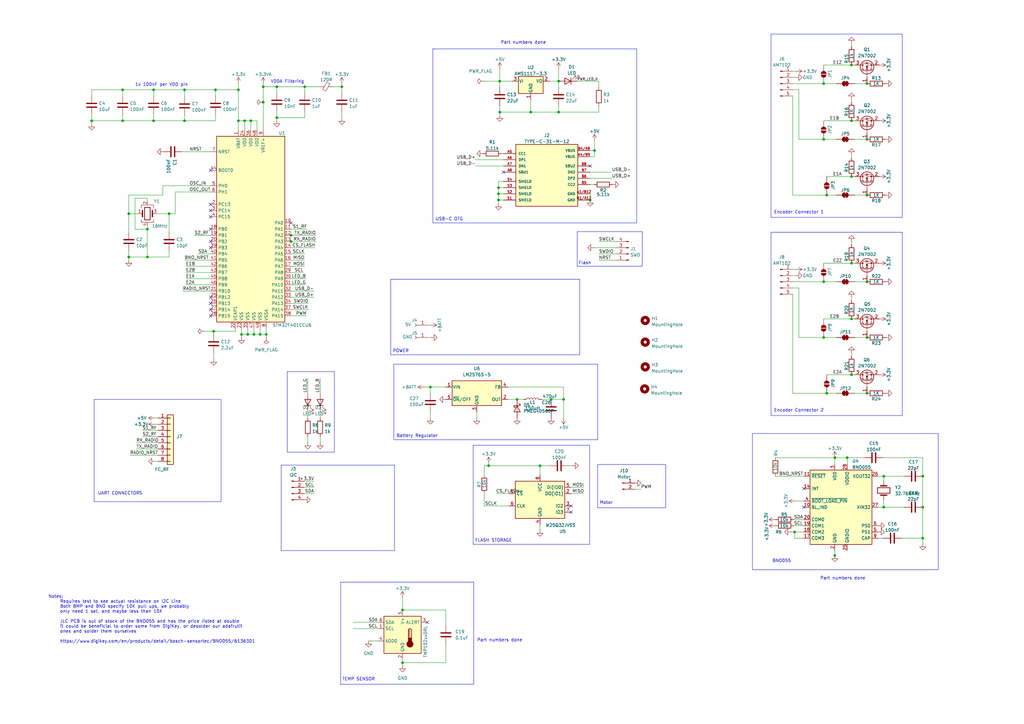
<source format=kicad_sch>
(kicad_sch (version 20231120) (generator "eeschema") (generator_version "8.0")
  (paper "A3")
  (junction (at 339.09 80.01))
  (junction (at 325.882 218.186))
  (junction (at 355.6 161.29))
  (junction (at 349.25 49.53))
  (junction (at 226.06 163.83))
  (junction (at 87.63 135.89))
  (junction (at 62.992 36.83))
  (junction (at 99.06 137.16))
  (junction (at 165.1 250.19))
  (junction (at 342.392 187.706))
  (junction (at 229.108 45.974))
  (junction (at 339.09 161.29))
  (junction (at 362.458 208.026))
  (junction (at 243.84 61.722))
  (junction (at 342.392 227.838))
  (junction (at 60.452 93.98))
  (junction (at 69.342 87.63))
  (junction (at 62.992 49.53))
  (junction (at 337.82 34.29))
  (junction (at 349.25 130.81))
  (junction (at 349.25 72.39))
  (junction (at 204.47 76.962))
  (junction (at 362.458 195.326))
  (junction (at 52.832 105.41))
  (junction (at 204.47 82.042))
  (junction (at 337.82 138.43))
  (junction (at 124.968 35.56))
  (junction (at 378.46 195.326))
  (junction (at 52.832 87.63))
  (junction (at 212.09 163.83))
  (junction (at 106.68 137.16))
  (junction (at 355.6 57.15))
  (junction (at 75.692 36.83))
  (junction (at 60.452 105.41))
  (junction (at 113.538 35.56))
  (junction (at 204.47 79.502))
  (junction (at 165.1 271.78))
  (junction (at 101.6 137.16))
  (junction (at 337.82 115.57))
  (junction (at 337.82 57.15))
  (junction (at 140.208 35.56))
  (junction (at 221.488 191.008))
  (junction (at 204.978 33.274))
  (junction (at 102.87 49.53))
  (junction (at 378.46 220.726))
  (junction (at 347.472 187.706))
  (junction (at 355.6 138.43))
  (junction (at 229.108 33.274))
  (junction (at 107.95 41.91))
  (junction (at 231.14 163.83))
  (junction (at 104.14 137.16))
  (junction (at 349.25 153.67))
  (junction (at 107.95 35.56))
  (junction (at 88.392 36.83))
  (junction (at 349.25 26.67))
  (junction (at 176.53 158.75))
  (junction (at 97.79 36.83))
  (junction (at 355.6 80.01))
  (junction (at 355.6 34.29))
  (junction (at 100.33 49.53))
  (junction (at 217.678 45.974))
  (junction (at 97.79 49.53))
  (junction (at 50.292 36.83))
  (junction (at 119.38 99.06))
  (junction (at 37.592 49.53))
  (junction (at 355.6 115.57))
  (junction (at 119.38 96.52))
  (junction (at 109.22 137.16))
  (junction (at 50.292 49.53))
  (junction (at 113.538 48.26))
  (junction (at 204.978 45.974))
  (junction (at 242.062 82.042))
  (junction (at 200.406 191.008))
  (junction (at 75.692 49.53))
  (junction (at 349.25 107.95))
  (junction (at 378.46 208.026))
  (no_connect (at 206.502 70.612))
  (no_connect (at 86.36 121.92))
  (no_connect (at 86.36 83.82))
  (no_connect (at 119.38 91.44))
  (no_connect (at 86.36 86.36))
  (no_connect (at 86.36 88.9))
  (no_connect (at 86.36 93.98))
  (no_connect (at 86.36 69.85))
  (no_connect (at 86.36 124.46))
  (no_connect (at 242.062 68.072))
  (no_connect (at 329.692 200.406))
  (no_connect (at 86.36 127))
  (no_connect (at 175.26 255.27))
  (no_connect (at 329.692 208.026))
  (no_connect (at 86.36 99.06))
  (no_connect (at 234.188 207.518))
  (no_connect (at 234.188 210.058))
  (no_connect (at 86.36 101.6))
  (no_connect (at 86.36 129.54))
  (wire (pts (xy 362.458 195.326) (xy 370.84 195.326)))
  (polyline (pts (xy 236.728 94.996) (xy 236.728 109.22)))
  (wire (pts (xy 88.392 36.83) (xy 97.79 36.83)))
  (wire (pts (xy 229.108 43.434) (xy 229.108 45.974)))
  (wire (pts (xy 362.204 187.706) (xy 378.46 187.706)))
  (wire (pts (xy 87.63 144.78) (xy 87.63 147.32)))
  (wire (pts (xy 60.452 93.98) (xy 60.452 92.71)))
  (wire (pts (xy 325.882 220.726) (xy 325.882 218.186)))
  (wire (pts (xy 327.66 57.15) (xy 327.66 36.83)))
  (wire (pts (xy 337.82 138.43) (xy 327.66 138.43)))
  (wire (pts (xy 124.714 202.438) (xy 128.778 202.438)))
  (wire (pts (xy 350.52 34.29) (xy 355.6 34.29)))
  (wire (pts (xy 66.802 76.2) (xy 66.802 80.01)))
  (wire (pts (xy 252.73 99.06) (xy 245.618 99.06)))
  (wire (pts (xy 52.832 87.63) (xy 52.832 95.25)))
  (wire (pts (xy 198.628 207.518) (xy 208.788 207.518)))
  (wire (pts (xy 124.968 45.72) (xy 124.968 48.26)))
  (wire (pts (xy 151.13 262.89) (xy 154.94 262.89)))
  (wire (pts (xy 126.238 168.91) (xy 126.238 171.45)))
  (wire (pts (xy 325.12 161.29) (xy 325.12 120.65)))
  (wire (pts (xy 107.95 41.91) (xy 107.95 53.34)))
  (wire (pts (xy 217.678 40.894) (xy 217.678 45.974)))
  (polyline (pts (xy 115.316 190.754) (xy 115.316 225.806)))
  (wire (pts (xy 126.238 179.07) (xy 126.238 181.61)))
  (wire (pts (xy 50.292 46.99) (xy 50.292 49.53)))
  (wire (pts (xy 362.458 208.026) (xy 360.172 208.026)))
  (wire (pts (xy 349.25 26.67) (xy 350.52 26.67)))
  (wire (pts (xy 204.978 33.274) (xy 210.058 33.274)))
  (wire (pts (xy 349.25 130.81) (xy 350.52 130.81)))
  (wire (pts (xy 208.28 158.75) (xy 231.14 158.75)))
  (wire (pts (xy 360.172 220.726) (xy 362.204 220.726)))
  (polyline (pts (xy 160.274 145.542) (xy 237.744 145.542)))
  (wire (pts (xy 165.1 245.11) (xy 165.1 250.19)))
  (wire (pts (xy 326.136 205.486) (xy 329.692 205.486)))
  (wire (pts (xy 97.79 34.29) (xy 97.79 36.83)))
  (wire (pts (xy 52.832 87.63) (xy 56.642 87.63)))
  (wire (pts (xy 62.992 46.99) (xy 62.992 49.53)))
  (wire (pts (xy 378.46 195.326) (xy 378.46 208.026)))
  (wire (pts (xy 208.28 163.83) (xy 212.09 163.83)))
  (wire (pts (xy 243.84 61.722) (xy 242.062 61.722)))
  (polyline (pts (xy 261.112 91.44) (xy 177.546 91.44)))
  (wire (pts (xy 242.062 70.612) (xy 250.952 70.612)))
  (wire (pts (xy 102.87 49.53) (xy 100.33 49.53)))
  (polyline (pts (xy 115.316 190.754) (xy 161.798 190.754)))
  (wire (pts (xy 140.208 34.29) (xy 140.208 35.56)))
  (wire (pts (xy 69.342 87.63) (xy 69.342 95.25)))
  (wire (pts (xy 342.392 225.806) (xy 342.392 227.838)))
  (wire (pts (xy 101.6 134.62) (xy 101.6 137.16)))
  (wire (pts (xy 124.714 199.898) (xy 128.778 199.898)))
  (wire (pts (xy 327.66 138.43) (xy 327.66 118.11)))
  (wire (pts (xy 63.5 171.45) (xy 64.77 171.45)))
  (wire (pts (xy 200.406 189.992) (xy 200.406 191.008)))
  (wire (pts (xy 52.832 102.87) (xy 52.832 105.41)))
  (wire (pts (xy 76.2 114.3) (xy 86.36 114.3)))
  (wire (pts (xy 66.802 80.01) (xy 52.832 80.01)))
  (wire (pts (xy 88.392 49.53) (xy 75.692 49.53)))
  (wire (pts (xy 204.978 28.194) (xy 204.978 33.274)))
  (wire (pts (xy 337.82 130.81) (xy 349.25 130.81)))
  (wire (pts (xy 234.188 202.438) (xy 239.522 202.438)))
  (wire (pts (xy 55.372 81.28) (xy 55.372 93.98)))
  (wire (pts (xy 198.628 202.438) (xy 198.628 207.518)))
  (wire (pts (xy 229.108 45.974) (xy 217.678 45.974)))
  (wire (pts (xy 113.538 45.72) (xy 113.538 48.26)))
  (wire (pts (xy 350.52 80.01) (xy 355.6 80.01)))
  (wire (pts (xy 349.25 17.78) (xy 349.25 19.05)))
  (polyline (pts (xy 241.808 223.266) (xy 194.056 223.266)))
  (wire (pts (xy 325.12 34.29) (xy 337.82 34.29)))
  (wire (pts (xy 88.392 39.37) (xy 88.392 36.83)))
  (polyline (pts (xy 194.056 182.626) (xy 241.808 182.626)))
  (wire (pts (xy 60.452 93.98) (xy 60.452 105.41)))
  (wire (pts (xy 337.82 57.15) (xy 342.9 57.15)))
  (wire (pts (xy 124.968 38.1) (xy 124.968 35.56)))
  (wire (pts (xy 60.452 81.28) (xy 55.372 81.28)))
  (wire (pts (xy 337.82 138.43) (xy 342.9 138.43)))
  (polyline (pts (xy 194.056 182.626) (xy 194.056 223.266)))
  (wire (pts (xy 325.628 213.106) (xy 329.692 213.106)))
  (wire (pts (xy 63.5 173.99) (xy 64.77 173.99)))
  (wire (pts (xy 119.38 116.84) (xy 125.476 116.84)))
  (wire (pts (xy 126.238 155.194) (xy 126.238 161.29)))
  (wire (pts (xy 140.208 45.72) (xy 140.208 48.514)))
  (wire (pts (xy 119.38 121.92) (xy 128.778 121.92)))
  (polyline (pts (xy 117.856 185.42) (xy 137.16 185.42)))
  (wire (pts (xy 204.978 33.274) (xy 204.978 35.814)))
  (wire (pts (xy 204.47 76.962) (xy 204.47 79.502)))
  (wire (pts (xy 74.676 62.23) (xy 86.36 62.23)))
  (wire (pts (xy 318.008 195.326) (xy 329.692 195.326)))
  (wire (pts (xy 109.22 137.16) (xy 109.22 138.43)))
  (wire (pts (xy 347.472 187.706) (xy 347.472 190.246)))
  (wire (pts (xy 97.79 36.83) (xy 97.79 49.53)))
  (wire (pts (xy 342.392 187.706) (xy 342.392 190.246)))
  (wire (pts (xy 83.82 135.89) (xy 87.63 135.89)))
  (wire (pts (xy 176.53 171.45) (xy 176.53 168.91)))
  (wire (pts (xy 119.38 129.54) (xy 125.73 129.54)))
  (wire (pts (xy 350.52 161.29) (xy 355.6 161.29)))
  (wire (pts (xy 113.538 48.26) (xy 124.968 48.26)))
  (wire (pts (xy 231.14 158.75) (xy 231.14 163.83)))
  (wire (pts (xy 105.41 49.53) (xy 102.87 49.53)))
  (wire (pts (xy 245.618 33.274) (xy 245.618 35.814)))
  (wire (pts (xy 226.06 163.83) (xy 231.14 163.83)))
  (wire (pts (xy 165.1 271.78) (xy 182.88 271.78)))
  (wire (pts (xy 131.318 179.07) (xy 131.318 181.61)))
  (wire (pts (xy 198.374 33.274) (xy 204.978 33.274)))
  (wire (pts (xy 369.824 220.726) (xy 378.46 220.726)))
  (wire (pts (xy 63.5 189.23) (xy 64.77 189.23)))
  (wire (pts (xy 101.6 137.16) (xy 99.06 137.16)))
  (wire (pts (xy 176.53 158.75) (xy 182.88 158.75)))
  (polyline (pts (xy 160.274 114.554) (xy 160.274 145.542)))
  (wire (pts (xy 204.47 79.502) (xy 206.502 79.502)))
  (wire (pts (xy 339.09 80.01) (xy 325.12 80.01)))
  (wire (pts (xy 245.618 45.974) (xy 229.108 45.974)))
  (wire (pts (xy 225.298 33.274) (xy 229.108 33.274)))
  (wire (pts (xy 109.22 134.62) (xy 109.22 137.16)))
  (wire (pts (xy 109.22 137.16) (xy 106.68 137.16)))
  (wire (pts (xy 342.392 187.706) (xy 347.472 187.706)))
  (wire (pts (xy 106.68 134.62) (xy 106.68 137.16)))
  (polyline (pts (xy 177.546 91.44) (xy 177.546 20.066)))
  (wire (pts (xy 124.968 35.56) (xy 131.318 35.56)))
  (wire (pts (xy 349.25 40.64) (xy 349.25 41.91)))
  (wire (pts (xy 173.99 158.75) (xy 176.53 158.75)))
  (wire (pts (xy 362.458 208.026) (xy 370.84 208.026)))
  (wire (pts (xy 233.172 191.008) (xy 234.696 191.008)))
  (wire (pts (xy 131.318 155.194) (xy 131.318 161.29)))
  (wire (pts (xy 60.452 82.55) (xy 60.452 81.28)))
  (wire (pts (xy 350.52 57.15) (xy 355.6 57.15)))
  (polyline (pts (xy 160.274 114.554) (xy 237.744 114.554)))
  (polyline (pts (xy 261.112 20.066) (xy 261.112 91.44)))
  (polyline (pts (xy 236.728 94.996) (xy 263.398 94.996)))
  (wire (pts (xy 119.38 111.76) (xy 124.46 111.76)))
  (wire (pts (xy 55.372 93.98) (xy 60.452 93.98)))
  (wire (pts (xy 119.38 124.46) (xy 126.492 124.46)))
  (wire (pts (xy 349.25 63.5) (xy 349.25 64.77)))
  (wire (pts (xy 326.39 113.03) (xy 325.12 113.03)))
  (wire (pts (xy 339.09 72.39) (xy 349.25 72.39)))
  (wire (pts (xy 349.25 107.95) (xy 350.52 107.95)))
  (wire (pts (xy 106.68 137.16) (xy 104.14 137.16)))
  (wire (pts (xy 242.062 73.152) (xy 250.952 73.152)))
  (wire (pts (xy 245.618 106.68) (xy 252.73 106.68)))
  (wire (pts (xy 243.586 101.6) (xy 252.73 101.6)))
  (wire (pts (xy 119.38 104.14) (xy 124.968 104.14)))
  (wire (pts (xy 204.47 76.962) (xy 206.502 76.962)))
  (wire (pts (xy 325.12 115.57) (xy 337.82 115.57)))
  (wire (pts (xy 234.188 199.898) (xy 239.522 199.898)))
  (wire (pts (xy 182.88 271.78) (xy 182.88 264.16)))
  (wire (pts (xy 37.592 39.37) (xy 37.592 36.83)))
  (wire (pts (xy 325.12 80.01) (xy 325.12 39.37)))
  (wire (pts (xy 349.25 153.67) (xy 350.52 153.67)))
  (wire (pts (xy 75.692 49.53) (xy 62.992 49.53)))
  (wire (pts (xy 69.342 105.41) (xy 60.452 105.41)))
  (wire (pts (xy 206.502 74.422) (xy 204.47 74.422)))
  (wire (pts (xy 229.108 33.274) (xy 229.108 28.194)))
  (wire (pts (xy 339.09 153.67) (xy 349.25 153.67)))
  (wire (pts (xy 140.208 35.56) (xy 140.208 38.1)))
  (wire (pts (xy 79.756 96.52) (xy 86.36 96.52)))
  (wire (pts (xy 113.538 35.56) (xy 107.95 35.56)))
  (wire (pts (xy 175.26 133.35) (xy 176.53 133.35)))
  (wire (pts (xy 242.062 79.502) (xy 242.062 82.042)))
  (wire (pts (xy 324.358 218.186) (xy 325.882 218.186)))
  (wire (pts (xy 76.2 109.22) (xy 86.36 109.22)))
  (wire (pts (xy 243.84 57.658) (xy 243.84 61.722)))
  (wire (pts (xy 175.26 138.43) (xy 176.784 138.43)))
  (wire (pts (xy 165.1 270.51) (xy 165.1 271.78)))
  (wire (pts (xy 75.692 47.244) (xy 75.692 49.53)))
  (wire (pts (xy 198.628 191.008) (xy 200.406 191.008)))
  (wire (pts (xy 75.692 36.83) (xy 75.692 39.624)))
  (wire (pts (xy 221.488 194.818) (xy 221.488 191.008)))
  (wire (pts (xy 337.82 26.67) (xy 349.25 26.67)))
  (wire (pts (xy 100.33 49.53) (xy 100.33 53.34)))
  (wire (pts (xy 136.398 35.56) (xy 140.208 35.56)))
  (wire (pts (xy 325.628 215.646) (xy 329.692 215.646)))
  (polyline (pts (xy 263.398 109.22) (xy 236.728 109.22)))
  (wire (pts (xy 349.25 72.39) (xy 350.52 72.39)))
  (wire (pts (xy 107.95 34.29) (xy 107.95 35.56)))
  (wire (pts (xy 378.46 208.026) (xy 378.46 220.726)))
  (wire (pts (xy 104.14 137.16) (xy 101.6 137.16)))
  (wire (pts (xy 326.39 31.75) (xy 325.12 31.75)))
  (wire (pts (xy 342.392 227.838) (xy 342.392 228.854)))
  (polyline (pts (xy 177.546 20.066) (xy 178.054 20.066)))
  (wire (pts (xy 76.2 111.76) (xy 86.36 111.76)))
  (wire (pts (xy 74.93 119.38) (xy 86.36 119.38)))
  (wire (pts (xy 71.882 87.63) (xy 69.342 87.63)))
  (wire (pts (xy 62.992 36.83) (xy 62.992 39.37)))
  (polyline (pts (xy 263.398 94.996) (xy 263.398 109.22)))
  (polyline (pts (xy 115.316 225.806) (xy 161.798 225.806)))
  (wire (pts (xy 337.82 34.29) (xy 342.9 34.29)))
  (wire (pts (xy 337.82 49.53) (xy 349.25 49.53)))
  (wire (pts (xy 75.692 36.83) (xy 88.392 36.83)))
  (wire (pts (xy 53.34 186.69) (xy 64.77 186.69)))
  (wire (pts (xy 113.538 48.26) (xy 113.538 49.53)))
  (wire (pts (xy 50.292 49.53) (xy 37.592 49.53)))
  (polyline (pts (xy 241.808 182.626) (xy 241.808 223.266)))
  (polyline (pts (xy 137.16 152.4) (xy 117.856 152.4)))
  (wire (pts (xy 337.82 107.95) (xy 349.25 107.95)))
  (wire (pts (xy 339.09 161.29) (xy 325.12 161.29)))
  (wire (pts (xy 76.2 116.84) (xy 86.36 116.84)))
  (polyline (pts (xy 237.744 145.542) (xy 237.744 114.554)))
  (wire (pts (xy 198.628 191.008) (xy 198.628 194.818)))
  (wire (pts (xy 204.47 79.502) (xy 204.47 82.042)))
  (wire (pts (xy 327.66 36.83) (xy 325.12 36.83)))
  (wire (pts (xy 204.47 74.422) (xy 204.47 76.962)))
  (wire (pts (xy 221.488 191.008) (xy 225.552 191.008)))
  (wire (pts (xy 350.52 138.43) (xy 355.6 138.43)))
  (wire (pts (xy 204.978 45.974) (xy 204.978 47.244)))
  (wire (pts (xy 71.882 78.74) (xy 71.882 87.63)))
  (wire (pts (xy 96.52 135.89) (xy 96.52 134.62)))
  (wire (pts (xy 204.978 43.434) (xy 204.978 45.974)))
  (wire (pts (xy 176.53 158.75) (xy 176.53 161.29)))
  (wire (pts (xy 87.63 135.89) (xy 96.52 135.89)))
  (polyline (pts (xy 117.856 152.654) (xy 117.856 185.42)))
  (wire (pts (xy 339.09 80.01) (xy 342.9 80.01)))
  (polyline (pts (xy 117.856 152.4) (xy 117.856 152.654)))
  (wire (pts (xy 119.38 101.6) (xy 129.286 101.6)))
  (wire (pts (xy 327.66 118.11) (xy 325.12 118.11)))
  (wire (pts (xy 107.95 35.56) (xy 107.95 41.91)))
  (wire (pts (xy 119.38 106.68) (xy 124.968 106.68)))
  (wire (pts (xy 206.502 82.042) (xy 204.47 82.042)))
  (wire (pts (xy 119.38 109.22) (xy 124.968 109.22)))
  (wire (pts (xy 102.87 49.53) (xy 102.87 53.34)))
  (wire (pts (xy 231.14 163.83) (xy 231.14 171.45)))
  (wire (pts (xy 124.968 35.56) (xy 113.538 35.56)))
  (wire (pts (xy 88.392 46.99) (xy 88.392 49.53)))
  (wire (pts (xy 217.678 45.974) (xy 204.978 45.974)))
  (wire (pts (xy 221.488 215.138) (xy 221.488 217.424)))
  (wire (pts (xy 195.072 68.072) (xy 206.502 68.072)))
  (wire (pts (xy 52.832 105.41) (xy 52.832 106.68)))
  (wire (pts (xy 58.42 176.53) (xy 64.77 176.53)))
  (wire (pts (xy 195.58 171.45) (xy 195.58 168.91)))
  (wire (pts (xy 66.802 76.2) (xy 86.36 76.2)))
  (wire (pts (xy 378.46 220.726) (xy 378.46 223.012)))
  (wire (pts (xy 206.502 65.532) (xy 195.072 65.532)))
  (wire (pts (xy 360.172 195.326) (xy 362.458 195.326)))
  (wire (pts (xy 129.54 99.06) (xy 119.38 99.06)))
  (wire (pts (xy 131.318 168.91) (xy 131.318 171.45)))
  (wire (pts (xy 337.82 115.57) (xy 342.9 115.57)))
  (wire (pts (xy 329.692 220.726) (xy 325.882 220.726)))
  (wire (pts (xy 119.38 93.98) (xy 125.984 93.98)))
  (wire (pts (xy 37.592 49.53) (xy 37.592 50.8)))
  (wire (pts (xy 362.458 195.326) (xy 362.458 197.358)))
  (wire (pts (xy 99.06 134.62) (xy 99.06 137.16)))
  (wire (pts (xy 325.882 218.186) (xy 329.692 218.186)))
  (wire (pts (xy 124.714 197.358) (xy 128.778 197.358)))
  (wire (pts (xy 203.454 202.438) (xy 208.788 202.438)))
  (wire (pts (xy 144.78 255.27) (xy 154.94 255.27)))
  (wire (pts (xy 349.25 49.53) (xy 350.52 49.53)))
  (polyline (pts (xy 161.798 225.806) (xy 161.798 190.754)))
  (wire (pts (xy 165.1 271.78) (xy 165.1 273.05)))
  (wire (pts (xy 349.25 144.78) (xy 349.25 146.05)))
  (wire (pts (xy 204.47 82.042) (xy 204.47 83.566)))
  (wire (pts (xy 349.25 121.92) (xy 349.25 123.19)))
  (wire (pts (xy 113.538 35.56) (xy 113.538 38.1)))
  (wire (pts (xy 242.062 75.692) (xy 243.586 75.692)))
  (wire (pts (xy 37.592 36.83) (xy 50.292 36.83)))
  (wire (pts (xy 104.14 134.62) (xy 104.14 137.16)))
  (wire (pts (xy 119.38 99.06) (xy 119.3672 99.06)))
  (wire (pts (xy 97.79 49.53) (xy 97.79 53.34)))
  (wire (pts (xy 182.88 250.19) (xy 165.1 250.19)))
  (wire (pts (xy 119.38 127) (xy 126.492 127)))
  (wire (pts (xy 245.618 43.434) (xy 245.618 45.974)))
  (wire (pts (xy 129.54 96.52) (xy 119.38 96.52)))
  (wire (pts (xy 236.728 33.274) (xy 245.618 33.274)))
  (wire (pts (xy 55.88 181.61) (xy 64.77 181.61)))
  (wire (pts (xy 205.74 62.992) (xy 206.502 62.992)))
  (wire (pts (xy 99.06 137.16) (xy 99.06 138.43)))
  (wire (pts (xy 350.52 115.57) (xy 355.6 115.57)))
  (wire (pts (xy 50.292 36.83) (xy 50.292 39.37)))
  (wire (pts (xy 87.63 137.16) (xy 87.63 135.89)))
  (wire (pts (xy 318.008 187.706) (xy 342.392 187.706)))
  (wire (pts (xy 58.42 179.07) (xy 64.77 179.07)))
  (wire (pts (xy 69.342 102.87) (xy 69.342 105.41)))
  (wire (pts (xy 200.406 191.008) (xy 221.488 191.008)))
  (wire (pts (xy 337.82 57.15) (xy 327.66 57.15)))
  (wire (pts (xy 326.39 29.21) (xy 325.12 29.21)))
  (wire (pts (xy 105.41 53.34) (xy 105.41 49.53)))
  (wire (pts (xy 64.262 87.63) (xy 69.342 87.63)))
  (wire (pts (xy 62.992 49.53) (xy 50.292 49.53)))
  (wire (pts (xy 119.38 119.38) (xy 128.778 119.38)))
  (wire (pts (xy 52.832 80.01) (xy 52.832 87.63)))
  (wire (pts (xy 71.882 78.74) (xy 86.36 78.74)))
  (wire (pts (xy 100.33 49.53) (xy 97.79 49.53)))
  (wire (pts (xy 55.88 184.15) (xy 64.77 184.15)))
  (wire (pts (xy 362.458 204.978) (xy 362.458 208.026)))
  (polyline (pts (xy 137.16 185.42) (xy 137.16 152.4)))
  (wire (pts (xy 242.062 64.262) (xy 243.84 64.262)))
  (wire (pts (xy 81.28 104.14) (xy 86.36 104.14)))
  (wire (pts (xy 378.46 187.706) (xy 378.46 195.326)))
  (wire (pts (xy 119.38 114.3) (xy 125.476 114.3)))
  (wire (pts (xy 339.09 161.29) (xy 342.9 161.29)))
  (wire (pts (xy 75.692 106.68) (xy 86.36 106.68)))
  (wire (pts (xy 50.292 36.83) (xy 62.992 36.83)))
  (wire (pts (xy 243.84 64.262) (xy 243.84 61.722)))
  (wire (pts (xy 222.25 163.83) (xy 226.06 163.83)))
  (wire (pts (xy 119.38 96.52) (xy 119.3672 96.52)))
  (wire (pts (xy 212.09 163.83) (xy 214.63 163.83)))
  (wire (pts (xy 347.472 187.706) (xy 354.584 187.706)))
  (wire (pts (xy 326.39 110.49) (xy 325.12 110.49)))
  (wire (pts (xy 60.452 105.41) (xy 52.832 105.41)))
  (wire (pts (xy 144.78 257.81) (xy 154.94 257.81)))
  (wire (pts (xy 37.592 46.99) (xy 37.592 49.53)))
  (wire (pts (xy 262.89 200.66) (xy 260.35 200.66)))
  (wire (pts (xy 229.108 33.274) (xy 229.108 35.814)))
  (wire (pts (xy 62.992 36.83) (xy 75.692 36.83)))
  (polyline (pts (xy 177.8 20.066) (xy 261.112 20.066)))
  (wire (pts (xy 252.73 104.14) (xy 245.618 104.14)))
  (wire (pts (xy 182.88 256.54) (xy 182.88 250.19)))
  (wire (pts (xy 349.25 99.06) (xy 349.25 100.33)))
  (rectangle (start 308.61 177.8) (end 384.81 233.68))
  (rectangle (start 139.7 238.76) (end 194.31 280.67))
  (rectangle (start 245.11 190.5) (end 273.05 208.28))
  (rectangle (start 161.544 149.352) (end 245.11 180.34))
  (rectangle (start 316.23 13.97) (end 370.078 89.154))
  (rectangle (start 38.608 163.83) (end 90.678 205.74))
  (rectangle (start 316.23 95.25) (end 370.078 170.434))
  (text "Part numbers done\n" (at 204.978 262.636 0) (effects (font (size 1.27 1.27))))
  (text "VDDA Filtering" (at 110.998 34.29 0) (effects (font (size 1.27 1.27)) (justify left bottom)))
  (text "Flash" (at 237.236 108.712 0) (effects (font (size 1.27 1.27)) (justify left bottom)))
  (text "FLASH STORAGE" (at 194.818 222.504 0) (effects (font (size 1.27 1.27)) (justify left bottom)))
  (text "Encoder Connector 1\n" (at 327.66 87.122 0) (effects (font (size 1.27 1.27))))
  (text "UART CONNECTORS" (at 49.276 202.438 0) (effects (font (size 1.27 1.27))))
  (text "Part numbers done" (at 214.63 17.526 0) (effects (font (size 1.27 1.27))))
  (text "Motor\n" (at 248.666 206.248 0) (effects (font (size 1.27 1.27))))
  (text "1x 100nF per VDD pin" (at 55.372 35.56 0) (effects (font (size 1.27 1.27)) (justify left bottom)))
  (text "Notes:\n	Requires test to see actual resistance on I2C Line\n	Both BMP and BNO specify 10K pull ups, we probably\n	only need 1 set, and maybe less than 10K\n\n	JLC PCB is out of stock of the BNO055 and has the price listed at double\n	it could be beneficial to order some from DigiKey, or desolder our adafrutit\n	ones and solder them ourselves\n\n	https://www.digikey.com/en/products/detail/bosch-sensortec/BNO055/6136301" (at 19.812 263.906 0) (effects (font (size 1.27 1.27)) (justify left bottom)))
  (text "USB-C OTG" (at 178.562 90.678 0) (effects (font (size 1.27 1.27)) (justify left bottom)))
  (text "TEMP SENSOR\n" (at 147.066 278.638 0) (effects (font (size 1.27 1.27))))
  (text "Encoder Connector 2\n" (at 327.66 168.402 0) (effects (font (size 1.27 1.27))))
  (text "Battery Regulator" (at 162.56 179.578 0) (effects (font (size 1.27 1.27)) (justify left bottom)))
  (text "BNO055" (at 316.738 230.886 0) (effects (font (size 1.27 1.27)) (justify left bottom)))
  (text "Part numbers done\n" (at 345.694 237.236 0) (effects (font (size 1.27 1.27))))
  (text "POWER" (at 161.036 144.78 0) (effects (font (size 1.27 1.27)) (justify left bottom)))
  (label "+3.3V" (at 128.778 197.358 180))
  (label "USB_D-" (at 128.778 119.38 180))
  (label "USB_D+" (at 128.778 121.92 180))
  (label "USB_D-" (at 195.072 68.072 180))
  (label "SDA" (at 128.778 202.438 180))
  (label "SDA" (at 81.28 104.14 0))
  (label "LED_B" (at 125.476 114.3 180))
  (label "USB_D+" (at 195.072 65.532 180))
  (label "S2_RF" (at 58.42 179.07 0))
  (label "OSC_IN" (at 77.724 76.2 0))
  (label "BNO_NRST" (at 75.692 106.68 0))
  (label "SWCLK" (at 245.618 99.06 0))
  (label "CS_FLASH" (at 129.286 101.6 180))
  (label "TX_RADIO" (at 55.88 184.15 0))
  (label "PWM" (at 125.73 129.54 180))
  (label "SWDIO" (at 245.618 104.14 0))
  (label "E1B" (at 76.2 109.22 0))
  (label "S1_RF" (at 58.42 176.53 0))
  (label "E2Z" (at 341.63 107.95 0))
  (label "OSC_OUT" (at 77.724 78.74 0))
  (label "NRST" (at 245.618 106.68 0))
  (label "E1Z" (at 341.63 26.67 0))
  (label "SCL" (at 124.46 111.76 180))
  (label "RX_RADIO" (at 129.54 99.06 180))
  (label "USB_D-" (at 250.952 70.612 0))
  (label "SCL" (at 151.13 257.81 0))
  (label "SCLK" (at 198.882 207.518 0))
  (label "MOSI" (at 239.522 199.898 180))
  (label "SWCLK" (at 126.492 127 180))
  (label "E2A" (at 76.2 116.84 0))
  (label "CS_FLASH" (at 203.454 202.438 0))
  (label "LED_B" (at 131.318 155.194 270))
  (label "S1_RF" (at 125.984 93.98 180))
  (label "MISO" (at 124.968 106.68 180))
  (label "PWR_LED_K" (at 236.728 33.274 0) (effects (font (size 1 1))))
  (label "E2B" (at 76.2 111.76 0))
  (label "E2A" (at 341.63 153.67 0))
  (label "E1A" (at 341.63 72.39 0))
  (label "RADIO_NRST" (at 53.34 186.69 0))
  (label "BNO_NRST" (at 319.532 195.326 0))
  (label "SCLK" (at 124.968 104.14 180))
  (label "E1A" (at 76.2 114.3 0))
  (label "TX_RADIO" (at 129.54 96.52 180))
  (label "SDA" (at 151.13 255.27 0))
  (label "RX_RADIO" (at 55.88 181.61 0))
  (label "E1B" (at 340.36 49.53 0))
  (label "USB_D+" (at 250.952 73.152 0))
  (label "S2_RF" (at 79.756 96.52 0))
  (label "LED_G" (at 125.476 116.84 180))
  (label "PWM" (at 262.89 200.66 0))
  (label "E2B" (at 340.36 130.81 0))
  (label "SWDIO" (at 126.492 124.46 180))
  (label "RADIO_NRST" (at 74.93 119.38 0))
  (label "NRST" (at 77.724 62.23 0))
  (label "SCL" (at 325.628 215.646 0))
  (label "LED_G" (at 126.238 155.194 270))
  (label "SCL" (at 128.778 199.898 180))
  (label "MISO" (at 239.522 202.438 180))
  (label "SDA" (at 325.628 213.106 0))
  (label "MOSI" (at 124.968 109.22 180))
  (symbol (lib_id "power:GND") (at 87.63 147.32 0) (unit 1)
    (property "Reference" "#PWR0116" (effects (hide yes)))
    (property "Value" "GND" (effects (hide yes)))
  )
  (symbol (lib_id "power:+3.3V") (at 360.68 49.53 270) (mirror x) (unit 1)
    (property "Reference" "#PWR039" (effects (hide yes)))
    (property "Value" "+3.3V" (at 364.49 49.53 0))
  )
  (symbol (lib_id "power:GND") (at 126.238 181.61 0) (unit 1)
    (property "Reference" "#PWR0136" (effects (hide yes)))
    (property "Value" "GND" (effects (hide yes)))
  )
  (symbol (lib_id "power:GND") (at 99.06 138.43 0) (unit 1)
    (property "Reference" "#PWR0117" (effects (hide yes)))
    (property "Value" "GND" (effects (hide yes)))
  )
  (symbol (lib_id "Device:R") (at 359.41 34.29 90) (unit 1)
    (property "Reference" "R13" (at 359.41 32.004 90))
    (property "Value" "1K" (at 359.41 34.29 90))
    (property "Footprint" "Resistor_SMD:R_0402_1005Metric" (effects (hide yes)))
    (property "Description" "Resistor" (effects (hide yes)))
  )
  (symbol (lib_id "power:GND") (at 63.5 189.23 270) (unit 1)
    (property "Reference" "#PWR027" (effects (hide yes)))
    (property "Value" "GND" (effects (hide yes)))
  )
  (symbol (lib_id "Connector:Conn_01x04_Pin") (at 119.634 199.898 0) (unit 1)
    (property "Reference" "J3" (at 120.269 192.278 0))
    (property "Value" "I2C" (at 120.269 194.818 0))
    (property "Footprint" "Connector_PinHeader_2.54mm:PinHeader_1x04_P2.54mm_Vertical" (effects (hide yes)))
  )
  (symbol (lib_id "Transistor_FET:2N7002") (at 355.6 52.07 90) (unit 1)
    (property "Reference" "Q2" (at 355.6 43.18 90))
    (property "Value" "2N7002" (at 355.6 45.72 90))
    (property "Footprint" "Package_TO_SOT_SMD:SOT-23" (effects (hide yes)))
    (property "Datasheet" "https://www.onsemi.com/pub/Collateral/NDS7002A-D.PDF" (effects (hide yes)))
    (property "Description" "0.115A Id, 60V Vds, N-Channel MOSFET, SOT-23" (effects (hide yes)))
    (property "LCSC Part" "C466660" (effects (hide yes)))
  )
  (symbol (lib_id "power:GND") (at 324.358 218.186 270) (unit 1)
    (property "Reference" "#PWR0123" (effects (hide yes)))
    (property "Value" "GND" (effects (hide yes)))
  )
  (symbol (lib_id "Connector:Conn_01x01_Female") (at 170.18 133.35 0) (mirror y) (unit 1)
    (property "Reference" "J4" (at 171.196 131.318 0) (effects (justify left)))
    (property "Value" "5V" (at 168.656 133.096 0) (effects (justify left)))
    (property "Footprint" "TestPoint:TestPoint_THTPad_2.5x2.5mm_Drill1.2mm" (effects (hide yes)))
  )
  (symbol (lib_name "GND_3") (lib_id "power:GND") (at 326.39 31.75 90) (unit 1)
    (property "Reference" "#PWR021" (effects (hide yes)))
    (property "Value" "GND" (at 329.184 31.75 90) (effects (justify right)))
    (property "Description" "Power symbol creates a global label with name \"GND\" , ground" (effects (hide yes)))
  )
  (symbol (lib_id "Device:R") (at 349.25 22.86 0) (unit 1)
    (property "Reference" "R15" (at 347.218 22.098 90) (effects (justify right)))
    (property "Value" "1k" (at 349.25 21.844 90) (effects (justify right)))
    (property "Footprint" "Resistor_SMD:R_0402_1005Metric" (effects (hide yes)))
    (property "LCSC Part" "C102758" (effects (hide yes)))
  )
  (symbol (lib_id "Diode:PMEG4050EP") (at 212.09 167.64 270) (unit 1)
    (property "Reference" "D5" (at 214.63 166.0524 90) (effects (justify left)))
    (property "Value" "PMEG4050EP" (at 214.63 168.5924 90) (effects (justify left)))
    (property "Footprint" "Diode_SMD:D_SOD-128" (effects (hide yes)))
    (property "Datasheet" "https://assets.nexperia.com/documents/data-sheet/PMEG4050EP.pdf" (effects (hide yes)))
    (property "Description" "40V, 5A low Vf Schottky barrier rectifier, SOD-128" (effects (hide yes)))
  )
  (symbol (lib_id "power:+3.3V") (at 360.68 72.39 270) (mirror x) (unit 1)
    (property "Reference" "#PWR024" (effects (hide yes)))
    (property "Value" "+3.3V" (at 364.49 72.39 0))
  )
  (symbol (lib_id "power:GND") (at 342.392 227.838 0) (unit 1)
    (property "Reference" "#PWR0125" (effects (hide yes)))
    (property "Value" "GND" (effects (hide yes)))
  )
  (symbol (lib_id "power:+3.3V") (at 318.008 213.106 90) (unit 1)
    (property "Reference" "#PWR011" (effects (hide yes)))
    (property "Value" "+3.3V" (at 314.198 213.106 0))
  )
  (symbol (lib_id "Transistor_FET:2N7002") (at 355.6 29.21 90) (unit 1)
    (property "Reference" "Q1" (at 355.6 20.32 90))
    (property "Value" "2N7002" (at 355.6 22.86 90))
    (property "Footprint" "Package_TO_SOT_SMD:SOT-23" (effects (hide yes)))
    (property "Datasheet" "https://www.onsemi.com/pub/Collateral/NDS7002A-D.PDF" (effects (hide yes)))
    (property "Description" "0.115A Id, 60V Vds, N-Channel MOSFET, SOT-23" (effects (hide yes)))
    (property "LCSC Part" "C466660" (effects (hide yes)))
  )
  (symbol (lib_id "power:GND") (at 182.88 163.83 270) (unit 1)
    (property "Reference" "#PWR030" (effects (hide yes)))
    (property "Value" "GND" (effects (hide yes)))
  )
  (symbol (lib_id "Connector:Conn_01x02_Pin") (at 255.27 198.12 0) (unit 1)
    (property "Reference" "J10" (at 255.905 193.04 0))
    (property "Value" "Motor" (at 255.905 195.58 0))
    (property "Footprint" "Connector_JST:JST_SH_SM02B-SRSS-TB_1x02-1MP_P1.00mm_Horizontal" (effects (hide yes)))
    (property "Description" "Generic connector, single row, 01x02, script generated" (effects (hide yes)))
  )
  (symbol (lib_id "power:GND") (at 67.056 62.23 270) (unit 1)
    (property "Reference" "#PWR0101" (effects (hide yes)))
    (property "Value" "GND" (effects (hide yes)))
  )
  (symbol (lib_id "Jumper:SolderJumper_2_Bridged") (at 346.71 161.29 0) (unit 1) (exclude_from_sim yes) (in_bom no)
    (property "Reference" "JP12" (at 346.71 159.258 0))
    (property "Value" "SolderJumper_2_Bridged" (effects (hide yes)))
    (property "Footprint" "Jumper:SolderJumper-2_P1.3mm_Bridged_RoundedPad1.0x1.5mm" (effects (hide yes)))
    (property "Description" "Solder Jumper, 2-pole, closed/bridged" (effects (hide yes)))
  )
  (symbol (lib_id "power:GND") (at 140.208 48.514 0) (unit 1)
    (property "Reference" "#PWR0107" (effects (hide yes)))
    (property "Value" "GND" (effects (hide yes)))
  )
  (symbol (lib_id "Mechanical:MountingHole") (at 264.6397 131.4315 0) (unit 1)
    (property "Reference" "H1" (at 267.1797 130.5968 0) (effects (justify left)))
    (property "Value" "MountingHole" (at 267.1797 133.1337 0) (effects (justify left)))
    (property "Footprint" "MountingHole:MountingHole_3.2mm_M3" (effects (hide yes)))
  )
  (symbol (lib_id "Device:R") (at 318.008 191.516 0) (unit 1)
    (property "Reference" "R4" (at 318.262 184.404 90) (effects (justify right)))
    (property "Value" "10k" (at 318.008 189.484 90) (effects (justify right)))
    (property "Footprint" "Resistor_SMD:R_0402_1005Metric" (effects (hide yes)))
    (property "JLCPCB#" "C60490" (effects (hide yes)))
  )
  (symbol (lib_id "Sensor_Motion:BNO055") (at 344.932 208.026 0) (unit 1)
    (property "Reference" "U4" (at 349.4914 189.0862 0) (effects (justify left)))
    (property "Value" "BNO055" (at 349.4914 191.6231 0) (effects (justify left)))
    (property "Footprint" "Package_LGA:LGA-28_5.2x3.8mm_P0.5mm" (effects (hide yes)))
    (property "Datasheet" "https://ae-bst.resource.bosch.com/media/_tech/media/datasheets/BST_BNO055_DS000_14.pdf" (effects (hide yes)))
    (property "JLCPCB#" "C93216" (effects (hide yes)))
  )
  (symbol (lib_id "Memory_Flash:W25Q32JVSS") (at 221.488 204.978 0) (unit 1)
    (property "Reference" "U5" (at 229.362 217.932 0) (effects (justify left)))
    (property "Value" "W25Q32JVSS" (at 223.774 215.392 0) (effects (justify left)))
    (property "Footprint" "Package_SO:SOIC-8_5.23x5.23mm_P1.27mm" (effects (hide yes)))
    (property "Datasheet" "http://www.winbond.com/resource-files/w25q32jv%20revg%2003272018%20plus.pdf" (effects (hide yes)))
    (property "JLCPCB#" "C82344" (effects (hide yes)))
  )
  (symbol (lib_name "GND_5") (lib_id "power:GND") (at 349.25 17.78 180) (unit 1)
    (property "Reference" "#PWR022" (effects (hide yes)))
    (property "Value" "GND" (effects (hide yes)))
    (property "Description" "Power symbol creates a global label with name \"GND\" , ground" (effects (hide yes)))
  )
  (symbol (lib_name "+3.3V_2") (lib_id "power:+3.3V") (at 326.39 110.49 270) (unit 1)
    (property "Reference" "#PWR040" (effects (hide yes)))
    (property "Value" "+3.3V" (at 329.184 110.49 90) (effects (justify left)))
    (property "Description" "Power symbol creates a global label with name \"+3.3V\"" (effects (hide yes)))
  )
  (symbol (lib_id "Device:FerriteBead_Small") (at 133.858 35.56 90) (unit 1)
    (property "Reference" "FB1" (at 133.8199 30.1584 90))
    (property "Value" "120R" (at 133.8199 32.6953 90))
    (property "Footprint" "Inductor_SMD:L_0603_1608Metric" (effects (hide yes)))
    (property "JLCPCB#" "C85831" (effects (hide yes)))
  )
  (symbol (lib_id "power:PWR_FLAG") (at 107.95 41.91 90) (unit 1)
    (property "Reference" "#FLG0101" (effects (hide yes)))
    (property "Value" "PWR_FLAG" (effects (hide yes)))
  )
  (symbol (lib_name "GND_6") (lib_id "power:GND") (at 363.22 57.15 90) (unit 1)
    (property "Reference" "#PWR023" (effects (hide yes)))
    (property "Value" "GND" (effects (hide yes)))
    (property "Description" "Power symbol creates a global label with name \"GND\" , ground" (effects (hide yes)))
  )
  (symbol (lib_id "power:GND") (at 349.25 63.5 180) (unit 1)
    (property "Reference" "#PWR037" (effects (hide yes)))
    (property "Value" "GND" (effects (hide yes)))
  )
  (symbol (lib_id "power:GND") (at 37.592 50.8 0) (unit 1)
    (property "Reference" "#PWR0102" (effects (hide yes)))
    (property "Value" "GND" (effects (hide yes)))
  )
  (symbol (lib_id "TYPE-C-31-M-12:TYPE-C-31-M-12") (at 224.282 71.882 0) (unit 1)
    (property "Reference" "J2" (at 224.282 55.4822 0))
    (property "Value" "TYPE-C-31-M-12" (at 224.282 58.0191 0))
    (property "Footprint" "USBC:HRO_TYPE-C-31-M-12" (effects (hide yes)))
    (property "SNAPEDA_PN" "TYPE-C-31-M-12" (effects (hide yes)))
    (property "MAXIMUM_PACKAGE_HEIGHT" "3.26 mm" (effects (hide yes)))
    (property "MANUFACTURER" "HRO Electronics Co., Ltd." (effects (hide yes)))
    (property "PARTREV" "2020.12.08" (effects (hide yes)))
    (property "STANDARD" "Manufacturer Recommendations" (effects (hide yes)))
    (property "JLCPCB#" "C165948" (effects (hide yes)))
  )
  (symbol (lib_id "Regulator_Switching:LM2576S-5") (at 195.58 161.29 0) (unit 1)
    (property "Reference" "U6" (at 195.58 151.13 0))
    (property "Value" "LM2576S-5" (at 195.58 153.67 0))
    (property "Footprint" "Package_TO_SOT_SMD:TO-263-5_TabPin3" (effects (hide yes)))
    (property "Datasheet" "http://www.ti.com/lit/ds/symlink/lm2576.pdf" (effects (hide yes)))
    (property "Description" "5V, 3A SIMPLE SWITCHER® Step-Down Voltage Regulator, TO-263" (effects (hide yes)))
  )
  (symbol (lib_id "Transistor_FET:2N7002") (at 355.6 156.21 90) (unit 1)
    (property "Reference" "Q6" (at 356.87 147.574 90) (effects (justify left)))
    (property "Value" "2N7002" (at 359.41 150.0449 90) (effects (justify left)))
    (property "Footprint" "Package_TO_SOT_SMD:SOT-23" (effects (hide yes)))
    (property "Datasheet" "https://www.onsemi.com/pub/Collateral/NDS7002A-D.PDF" (effects (hide yes)))
    (property "Description" "0.115A Id, 60V Vds, N-Channel MOSFET, SOT-23" (effects (hide yes)))
    (property "LCSC Part" "C466660" (effects (hide yes)))
  )
  (symbol (lib_id "Device:R") (at 349.25 45.72 0) (unit 1)
    (property "Reference" "R16" (at 347.218 47.752 90) (effects (justify left)))
    (property "Value" "1K" (at 349.25 47.244 90) (effects (justify left)))
    (property "Footprint" "Resistor_SMD:R_0402_1005Metric" (effects (hide yes)))
    (property "Description" "Resistor" (effects (hide yes)))
  )
  (symbol (lib_id "Device:C") (at 140.208 41.91 0) (unit 1)
    (property "Reference" "C11" (at 143.129 41.0753 0) (effects (justify left)))
    (property "Value" "1uF" (at 143.129 43.6122 0) (effects (justify left)))
    (property "Footprint" "Capacitor_SMD:C_0402_1005Metric" (effects (hide yes)))
    (property "JLCPCB#" "C52923" (effects (hide yes)))
  )
  (symbol (lib_id "power:+3.3V") (at 231.14 171.45 0) (mirror x) (unit 1)
    (property "Reference" "#PWR034" (effects (hide yes)))
    (property "Value" "+5V" (at 231.14 175.26 0))
  )
  (symbol (lib_id "Device:R") (at 126.238 175.26 0) (unit 1)
    (property "Reference" "R8" (at 128.016 174.4253 0) (effects (justify left)))
    (property "Value" "1k" (at 128.016 176.9622 0) (effects (justify left)))
    (property "Footprint" "Resistor_SMD:R_0402_1005Metric" (effects (hide yes)))
    (property "JLCPCB#" "C11702" (effects (hide yes)))
  )
  (symbol (lib_id "power:+3.3V") (at 360.68 107.95 270) (mirror x) (unit 1)
    (property "Reference" "#PWR045" (effects (hide yes)))
    (property "Value" "+3.3V" (at 364.49 107.95 0))
  )
  (symbol (lib_id "Regulator_Linear:AMS1117-3.3") (at 217.678 33.274 0) (unit 1)
    (property "Reference" "U2" (at 217.678 27.6692 0))
    (property "Value" "AMS1117-3.3" (at 217.678 30.2061 0))
    (property "Footprint" "Package_TO_SOT_SMD:SOT-223-3_TabPin2" (effects (hide yes)))
    (property "Datasheet" "http://www.advanced-monolithic.com/pdf/ds1117.pdf" (effects (hide yes)))
    (property "JLCPCB#" "C6186" (effects (hide yes)))
  )
  (symbol (lib_id "Device:R") (at 359.41 57.15 90) (unit 1)
    (property "Reference" "R17" (at 359.41 59.436 90))
    (property "Value" "1K" (at 359.41 57.15 90))
    (property "Footprint" "Resistor_SMD:R_0402_1005Metric" (effects (hide yes)))
    (property "Description" "Resistor" (effects (hide yes)))
  )
  (symbol (lib_id "Device:R") (at 247.396 75.692 270) (unit 1)
    (property "Reference" "R2" (at 247.396 77.978 90))
    (property "Value" "5.11k" (at 247.396 79.756 90))
    (property "Footprint" "Resistor_SMD:R_0402_1005Metric" (effects (hide yes)))
    (property "JLCPCB#" "C25906" (effects (hide yes)))
  )
  (symbol (lib_name "GND_3") (lib_id "power:GND") (at 326.39 113.03 90) (unit 1)
    (property "Reference" "#PWR041" (effects (hide yes)))
    (property "Value" "GND" (at 329.184 113.03 90) (effects (justify right)))
    (property "Description" "Power symbol creates a global label with name \"GND\" , ground" (effects (hide yes)))
  )
  (symbol (lib_id "Jumper:SolderJumper_2_Open") (at 337.82 134.62 90) (unit 1) (exclude_from_sim yes) (in_bom no)
    (property "Reference" "JP8" (at 340.36 132.588 0) (effects (justify right)))
    (property "Value" "SolderJumper_2_Open" (effects (hide yes)))
    (property "Footprint" "Jumper:SolderJumper-2_P1.3mm_Open_RoundedPad1.0x1.5mm" (effects (hide yes)))
    (property "Description" "Solder Jumper, 2-pole, open" (effects (hide yes)))
  )
  (symbol (lib_id "Connector:Conn_01x05_Pin") (at 320.04 115.57 0) (unit 1)
    (property "Reference" "J8" (at 320.675 105.41 0))
    (property "Value" "AMT102" (at 320.675 107.95 0))
    (property "Footprint" "Connector_JST:JST_SH_SM05B-SRSS-TB_1x05-1MP_P1.00mm_Horizontal" (effects (hide yes)))
    (property "Description" "Generic connector, single row, 01x05, script generated" (effects (hide yes)))
  )
  (symbol (lib_id "power:GND") (at 198.12 62.992 270) (unit 1)
    (property "Reference" "#PWR0112" (effects (hide yes)))
    (property "Value" "GND" (effects (hide yes)))
  )
  (symbol (lib_id "Device:C") (at 52.832 99.06 0) (unit 1)
    (property "Reference" "C2" (at 55.753 98.2253 0) (effects (justify left)))
    (property "Value" "10pF" (at 55.753 100.7622 0) (effects (justify left)))
    (property "Footprint" "Capacitor_SMD:C_0402_1005Metric" (effects (hide yes)))
    (property "JLCPCB#" "C32949" (effects (hide yes)))
  )
  (symbol (lib_id "power:GND") (at 176.53 171.45 0) (unit 1)
    (property "Reference" "#PWR029" (effects (hide yes)))
    (property "Value" "GND" (effects (hide yes)))
  )
  (symbol (lib_id "power:GND") (at 349.25 40.64 180) (unit 1)
    (property "Reference" "#PWR038" (effects (hide yes)))
    (property "Value" "GND" (effects (hide yes)))
  )
  (symbol (lib_id "Device:C") (at 37.592 43.18 0) (unit 1)
    (property "Reference" "C4" (at 40.513 42.3453 0) (effects (justify left)))
    (property "Value" "10uF" (at 40.513 44.8822 0) (effects (justify left)))
    (property "Footprint" "Capacitor_SMD:C_0402_1005Metric" (effects (hide yes)))
    (property "JLCPCB#" "C19702" (effects (hide yes)))
  )
  (symbol (lib_id "power:GND") (at 378.46 223.012 0) (unit 1)
    (property "Reference" "#PWR0122" (effects (hide yes)))
    (property "Value" "GND" (effects (hide yes)))
  )
  (symbol (lib_id "power:GND") (at 242.062 82.042 0) (unit 1)
    (property "Reference" "#PWR0114" (effects (hide yes)))
    (property "Value" "GND" (effects (hide yes)))
  )
  (symbol (lib_id "power:+3.3V") (at 200.406 189.992 0) (unit 1)
    (property "Reference" "#PWR0127" (effects (hide yes)))
    (property "Value" "+3.3V" (at 200.406 186.182 0))
  )
  (symbol (lib_id "power:VBUS") (at 176.53 133.35 270) (mirror x) (unit 1)
    (property "Reference" "#PWR01" (effects (hide yes)))
    (property "Value" "+BATT" (at 180.34 133.35 0))
  )
  (symbol (lib_id "MCU_ST_STM32F4:STM32F401CCUx") (at 104.14 93.98 0) (unit 1)
    (property "Reference" "U1" (at 114.3 54.61 0) (effects (justify left)))
    (property "Value" "STM32F401CCU6" (at 111.76 133.35 0) (effects (justify left)))
    (property "Footprint" "Package_DFN_QFN:QFN-48-1EP_7x7mm_P0.5mm_EP5.6x5.6mm" (effects (hide yes)))
    (property "Datasheet" "http://www.st.com/st-web-ui/static/active/en/resource/technical/document/datasheet/DM00086815.pdf" (effects (hide yes)))
    (property "JLCPCB#" "C79861" (effects (hide yes)))
  )
  (symbol (lib_id "Device:C") (at 366.014 220.726 90) (unit 1)
    (property "Reference" "C16" (at 366.014 214.8672 90))
    (property "Value" "100nF" (at 366.014 217.4041 90))
    (property "Footprint" "Capacitor_SMD:C_0402_1005Metric" (effects (hide yes)))
    (property "JLCPCB#" "C307331" (effects (hide yes)))
  )
  (symbol (lib_id "Sensor_Temperature:TMP102xxDRL") (at 165.1 260.35 0) (unit 1)
    (property "Reference" "U3" (effects (hide yes)))
    (property "Value" "TMP102xxDRL" (at 174.498 263.144 90))
    (property "Footprint" "Package_TO_SOT_SMD:SOT-563" (effects (hide yes)))
    (property "Datasheet" "https://www.ti.com/lit/ds/symlink/tmp102.pdf" (effects (hide yes)))
    (property "Description" "Digital Temperature Sensor, +/- 3 °C, low-Power, SMBus, 12 bit, Two-Wire Serial Interface, SOT-563" (effects (hide yes)))
  )
  (symbol (lib_id "Device:R") (at 349.25 104.14 0) (unit 1)
    (property "Reference" "R19" (at 347.218 103.378 90) (effects (justify right)))
    (property "Value" "1k" (at 349.25 103.124 90) (effects (justify right)))
    (property "Footprint" "Resistor_SMD:R_0402_1005Metric" (effects (hide yes)))
    (property "LCSC Part" "C102758" (effects (hide yes)))
  )
  (symbol (lib_id "power:VBUS") (at 204.978 28.194 0) (unit 1)
    (property "Reference" "#PWR0111" (effects (hide yes)))
    (property "Value" "+5V" (at 204.978 24.384 0))
  )
  (symbol (lib_id "Device:R") (at 359.41 80.01 90) (unit 1)
    (property "Reference" "R18" (at 359.41 82.296 90))
    (property "Value" "1K" (at 359.41 80.01 90))
    (property "Footprint" "Resistor_SMD:R_0402_1005Metric" (effects (hide yes)))
    (property "Description" "Resistor" (effects (hide yes)))
  )
  (symbol (lib_id "Device:C") (at 226.06 167.64 0) (mirror x) (unit 1)
    (property "Reference" "C28" (at 226.06 165.1 0) (effects (justify right)))
    (property "Value" "470uF" (at 222.504 162.56 0) (effects (justify left)))
    (property "Footprint" "Capacitor_SMD:CP_Elec_10x10.5" (effects (hide yes)))
    (property "LCSC Part" "C189257" (effects (hide yes)))
  )
  (symbol (lib_id "power:GND") (at 204.47 83.566 0) (unit 1)
    (property "Reference" "#PWR0130" (effects (hide yes)))
    (property "Value" "GND" (effects (hide yes)))
  )
  (symbol (lib_id "power:GND") (at 113.538 49.53 0) (unit 1)
    (property "Reference" "#PWR0106" (effects (hide yes)))
    (property "Value" "GND" (effects (hide yes)))
  )
  (symbol (lib_id "Connector:Conn_01x04_Male") (at 257.81 104.14 180) (unit 1)
    (property "Reference" "J1" (at 258.5212 102.0353 0) (effects (justify right)))
    (property "Value" "SWD" (at 258.5212 104.5722 0) (effects (justify right)))
    (property "Footprint" "Connector_PinHeader_2.54mm:PinHeader_1x04_P2.54mm_Vertical" (effects (hide yes)))
  )
  (symbol (lib_id "Transistor_FET:2N7002") (at 355.6 110.49 90) (unit 1)
    (property "Reference" "Q4" (at 356.87 101.854 90) (effects (justify left)))
    (property "Value" "2N7002" (at 359.41 104.3249 90) (effects (justify left)))
    (property "Footprint" "Package_TO_SOT_SMD:SOT-23" (effects (hide yes)))
    (property "Datasheet" "https://www.onsemi.com/pub/Collateral/NDS7002A-D.PDF" (effects (hide yes)))
    (property "Description" "0.115A Id, 60V Vds, N-Channel MOSFET, SOT-23" (effects (hide yes)))
    (property "LCSC Part" "C466660" (effects (hide yes)))
  )
  (symbol (lib_name "GND_2") (lib_id "power:GND") (at 165.1 273.05 0) (unit 1)
    (property "Reference" "#PWR020" (effects (hide yes)))
    (property "Value" "GND" (at 165.1 278.13 0))
    (property "Description" "Power symbol creates a global label with name \"GND\" , ground" (effects (hide yes)))
  )
  (symbol (lib_id "power:PWR_FLAG") (at 83.82 135.89 90) (unit 1)
    (property "Reference" "#FLG0104" (effects (hide yes)))
    (property "Value" "PWR_FLAG" (effects (hide yes)))
  )
  (symbol (lib_id "Device:C") (at 87.63 140.97 0) (unit 1)
    (property "Reference" "C12" (at 90.551 140.1353 0) (effects (justify left)))
    (property "Value" "2.2uF" (at 90.551 142.6722 0) (effects (justify left)))
    (property "Footprint" "Capacitor_SMD:C_0402_1005Metric" (effects (hide yes)))
    (property "JLCPCB#" "C12530" (effects (hide yes)))
  )
  (symbol (lib_name "+3.3V_1") (lib_id "power:+3.3V") (at 165.1 245.11 0) (unit 1)
    (property "Reference" "#PWR05" (effects (hide yes)))
    (property "Value" "+3.3V" (at 165.1 241.3 0))
    (property "Description" "Power symbol creates a global label with name \"+3.3V\"" (effects (hide yes)))
  )
  (symbol (lib_id "Device:LED") (at 126.238 165.1 90) (unit 1)
    (property "Reference" "D2" (at 124.079 167.1228 90) (effects (justify right)))
    (property "Value" "LED" (at 124.079 169.6597 90) (effects (justify right)))
    (property "Footprint" "LED_SMD:LED_0603_1608Metric" (effects (hide yes)))
    (property "JLCPCB#" "C273598" (effects (hide yes)))
  )
  (symbol (lib_id "power:GND") (at 234.696 191.008 90) (unit 1)
    (property "Reference" "#PWR0128" (effects (hide yes)))
    (property "Value" "GND" (effects (hide yes)))
  )
  (symbol (lib_id "power:+3.3V") (at 318.008 215.646 90) (unit 1)
    (property "Reference" "#PWR014" (effects (hide yes)))
    (property "Value" "+3.3V" (at 314.452 218.948 0))
  )
  (symbol (lib_id "Transistor_FET:2N7002") (at 355.6 133.35 90) (unit 1)
    (property "Reference" "Q5" (at 357.124 124.714 90) (effects (justify left)))
    (property "Value" "2N7002" (at 359.41 127.1849 90) (effects (justify left)))
    (property "Footprint" "Package_TO_SOT_SMD:SOT-23" (effects (hide yes)))
    (property "Datasheet" "https://www.onsemi.com/pub/Collateral/NDS7002A-D.PDF" (effects (hide yes)))
    (property "Description" "0.115A Id, 60V Vds, N-Channel MOSFET, SOT-23" (effects (hide yes)))
    (property "LCSC Part" "C466660" (effects (hide yes)))
  )
  (symbol (lib_id "power:+3.3V") (at 360.68 26.67 270) (mirror x) (unit 1)
    (property "Reference" "#PWR036" (effects (hide yes)))
    (property "Value" "+3.3V" (at 364.49 26.67 0))
  )
  (symbol (lib_id "Device:R") (at 349.25 149.86 0) (unit 1)
    (property "Reference" "R21" (at 347.218 148.082 90) (effects (justify right)))
    (property "Value" "1k" (at 349.25 148.844 90) (effects (justify right)))
    (property "Footprint" "Resistor_SMD:R_0402_1005Metric" (effects (hide yes)))
    (property "LCSC Part" "C102758" (effects (hide yes)))
  )
  (symbol (lib_id "Jumper:SolderJumper_2_Open") (at 337.82 53.34 90) (unit 1) (exclude_from_sim yes) (in_bom no)
    (property "Reference" "JP2" (at 340.36 51.308 0) (effects (justify right)))
    (property "Value" "SolderJumper_2_Open" (effects (hide yes)))
    (property "Footprint" "Jumper:SolderJumper-2_P1.3mm_Open_RoundedPad1.0x1.5mm" (effects (hide yes)))
    (property "Description" "Solder Jumper, 2-pole, open" (effects (hide yes)))
  )
  (symbol (lib_name "GND_4") (lib_id "power:GND") (at 363.22 115.57 90) (unit 1)
    (property "Reference" "#PWR048" (effects (hide yes)))
    (property "Value" "GND" (effects (hide yes)))
    (property "Description" "Power symbol creates a global label with name \"GND\" , ground" (effects (hide yes)))
  )
  (symbol (lib_id "power:GND") (at 52.832 106.68 0) (unit 1)
    (property "Reference" "#PWR0108" (effects (hide yes)))
    (property "Value" "GND" (effects (hide yes)))
  )
  (symbol (lib_id "Jumper:SolderJumper_2_Bridged") (at 346.71 34.29 0) (unit 1) (exclude_from_sim yes) (in_bom no)
    (property "Reference" "JP4" (at 346.71 32.004 0))
    (property "Value" "SolderJumper_2_Bridged" (effects (hide yes)))
    (property "Footprint" "Jumper:SolderJumper-2_P1.3mm_Bridged_RoundedPad1.0x1.5mm" (effects (hide yes)))
    (property "Description" "Solder Jumper, 2-pole, closed/bridged" (effects (hide yes)))
  )
  (symbol (lib_id "power:VBUS") (at 63.5 171.45 90) (unit 1)
    (property "Reference" "#PWR025" (effects (hide yes)))
    (property "Value" "+5V" (at 58.166 171.45 90))
  )
  (symbol (lib_id "Jumper:SolderJumper_2_Bridged") (at 346.71 80.01 0) (unit 1) (exclude_from_sim yes) (in_bom no)
    (property "Reference" "JP6" (at 346.71 77.978 0))
    (property "Value" "SolderJumper_2_Bridged" (effects (hide yes)))
    (property "Footprint" "Jumper:SolderJumper-2_P1.3mm_Bridged_RoundedPad1.0x1.5mm" (effects (hide yes)))
    (property "Description" "Solder Jumper, 2-pole, closed/bridged" (effects (hide yes)))
  )
  (symbol (lib_id "power:+3.3V") (at 63.5 173.99 90) (unit 1)
    (property "Reference" "#PWR026" (effects (hide yes)))
    (property "Value" "+3.3V" (at 57.912 173.99 90))
  )
  (symbol (lib_id "Device:LED") (at 232.918 33.274 180) (unit 1)
    (property "Reference" "D1" (at 234.5055 27.4152 0))
    (property "Value" "LED" (at 234.5055 29.9521 0))
    (property "Footprint" "LED_SMD:LED_0603_1608Metric" (effects (hide yes)))
    (property "JLCPCB#" "C273598" (effects (hide yes)))
  )
  (symbol (lib_id "power:PWR_FLAG") (at 109.22 138.43 180) (unit 1)
    (property "Reference" "#FLG0103" (effects (hide yes)))
    (property "Value" "PWR_FLAG" (at 109.22 143.51 0))
  )
  (symbol (lib_id "power:GND") (at 176.784 138.43 90) (unit 1)
    (property "Reference" "#PWR0133" (effects (hide yes)))
    (property "Value" "GND" (effects (hide yes)))
  )
  (symbol (lib_id "power:+3.3V") (at 326.136 205.486 90) (unit 1)
    (property "Reference" "#PWR0124" (effects (hide yes)))
    (property "Value" "+3.3V" (at 322.326 205.486 0))
  )
  (symbol (lib_id "Device:C") (at 182.88 260.35 0) (unit 1)
    (property "Reference" "C19" (at 186.69 259.0799 0) (effects (justify left)))
    (property "Value" "0.1uF" (at 186.69 261.6199 0) (effects (justify left)))
    (property "Footprint" "Capacitor_SMD:C_0402_1005Metric" (effects (hide yes)))
    (property "Description" "Unpolarized capacitor" (effects (hide yes)))
  )
  (symbol (lib_id "power:+3.3V") (at 360.68 153.67 270) (mirror x) (unit 1)
    (property "Reference" "#PWR047" (effects (hide yes)))
    (property "Value" "+3.3V" (at 364.49 153.67 0))
  )
  (symbol (lib_id "Device:C") (at 113.538 41.91 0) (unit 1)
    (property "Reference" "C9" (at 116.459 41.0753 0) (effects (justify left)))
    (property "Value" "10nF" (at 116.459 43.6122 0) (effects (justify left)))
    (property "Footprint" "Capacitor_SMD:C_0402_1005Metric" (effects (hide yes)))
    (property "Datasheet" "https://datasheet.lcsc.com/lcsc/1808291033_Johanson-Dielectrics-250R07W103KV4T_C167438.pdf" (effects (hide yes)))
    (property "JLCPCB#" "C15195" (effects (hide yes)))
  )
  (symbol (lib_id "Device:C") (at 50.292 43.18 0) (unit 1)
    (property "Reference" "C5" (at 53.213 42.3453 0) (effects (justify left)))
    (property "Value" "100nF" (at 53.213 44.8822 0) (effects (justify left)))
    (property "Footprint" "Capacitor_SMD:C_0402_1005Metric" (effects (hide yes)))
    (property "JLCPCB#" "C307331" (effects (hide yes)))
  )
  (symbol (lib_id "power:+3.3V") (at 97.79 34.29 0) (unit 1)
    (property "Reference" "#PWR0104" (effects (hide yes)))
    (property "Value" "+3.3V" (at 97.79 30.48 0))
  )
  (symbol (lib_id "Device:R") (at 198.628 198.628 0) (unit 1)
    (property "Reference" "R7" (at 196.596 197.358 90) (effects (justify right)))
    (property "Value" "10k" (at 198.628 196.596 90) (effects (justify right)))
    (property "Footprint" "Resistor_SMD:R_0402_1005Metric" (effects (hide yes)))
    (property "JLCPCB#" "C60490" (effects (hide yes)))
  )
  (symbol (lib_id "Jumper:SolderJumper_2_Open") (at 337.82 111.76 90) (unit 1) (exclude_from_sim yes) (in_bom no)
    (property "Reference" "JP7" (at 340.36 109.728 0) (effects (justify right)))
    (property "Value" "SolderJumper_2_Open" (effects (hide yes)))
    (property "Footprint" "Jumper:SolderJumper-2_P1.3mm_Open_RoundedPad1.0x1.5mm" (effects (hide yes)))
    (property "Description" "Solder Jumper, 2-pole, open" (effects (hide yes)))
  )
  (symbol (lib_id "Device:L") (at 218.44 163.83 90) (unit 1)
    (property "Reference" "L1" (at 218.44 164.9617 90))
    (property "Value" "150uH" (at 218.44 167.386 90))
    (property "Footprint" "Inductor_SMD:L_TaiTech_TMPC1265_13.5x12.5mm" (effects (hide yes)))
    (property "Description" "Inductor" (effects (hide yes)))
    (property "LCSC Part" "C408533" (effects (hide yes)))
  )
  (symbol (lib_id "Device:LED") (at 131.318 165.1 90) (unit 1)
    (property "Reference" "D3" (at 129.159 167.1228 90) (effects (justify right)))
    (property "Value" "LED" (at 129.159 169.6597 90) (effects (justify right)))
    (property "Footprint" "LED_SMD:LED_0603_1608Metric" (effects (hide yes)))
    (property "JLCPCB#" "C273598" (effects (hide yes)))
  )
  (symbol (lib_name "GND_7") (lib_id "power:GND") (at 363.22 80.01 90) (unit 1)
    (property "Reference" "#PWR035" (effects (hide yes)))
    (property "Value" "GND" (effects (hide yes)))
    (property "Description" "Power symbol creates a global label with name \"GND\" , ground" (effects (hide yes)))
  )
  (symbol (lib_id "Mechanical:MountingHole") (at 264.6397 140.3215 0) (unit 1)
    (property "Reference" "H2" (at 267.1797 139.4868 0) (effects (justify left)))
    (property "Value" "MountingHole" (at 267.1797 142.0237 0) (effects (justify left)))
    (property "Footprint" "MountingHole:MountingHole_3.2mm_M3" (effects (hide yes)))
  )
  (symbol (lib_id "Device:R") (at 349.25 68.58 0) (unit 1)
    (property "Reference" "R14" (at 347.218 66.802 90) (effects (justify right)))
    (property "Value" "1k" (at 349.25 67.564 90) (effects (justify right)))
    (property "Footprint" "Resistor_SMD:R_0402_1005Metric" (effects (hide yes)))
    (property "LCSC Part" "C102758" (effects (hide yes)))
  )
  (symbol (lib_name "GND_4") (lib_id "power:GND") (at 363.22 34.29 90) (unit 1)
    (property "Reference" "#PWR03" (effects (hide yes)))
    (property "Value" "GND" (effects (hide yes)))
    (property "Description" "Power symbol creates a global label with name \"GND\" , ground" (effects (hide yes)))
  )
  (symbol (lib_id "Connector:Conn_01x01_Female") (at 170.18 138.43 0) (mirror y) (unit 1)
    (property "Reference" "J5" (at 171.196 136.652 0) (effects (justify left)))
    (property "Value" "GND" (at 169.164 138.176 0) (effects (justify left)))
    (property "Footprint" "TestPoint:TestPoint_THTPad_2.5x2.5mm_Drill1.2mm" (effects (hide yes)))
  )
  (symbol (lib_id "power:GND") (at 251.206 75.692 90) (unit 1)
    (property "Reference" "#PWR0118" (effects (hide yes)))
    (property "Value" "GND" (effects (hide yes)))
  )
  (symbol (lib_id "Transistor_FET:2N7002") (at 355.6 74.93 90) (unit 1)
    (property "Reference" "Q3" (at 356.87 66.294 90) (effects (justify left)))
    (property "Value" "2N7002" (at 359.41 68.7649 90) (effects (justify left)))
    (property "Footprint" "Package_TO_SOT_SMD:SOT-23" (effects (hide yes)))
    (property "Datasheet" "https://www.onsemi.com/pub/Collateral/NDS7002A-D.PDF" (effects (hide yes)))
    (property "Description" "0.115A Id, 60V Vds, N-Channel MOSFET, SOT-23" (effects (hide yes)))
    (property "LCSC Part" "C466660" (effects (hide yes)))
  )
  (symbol (lib_name "GND_6") (lib_id "power:GND") (at 363.22 138.43 90) (unit 1)
    (property "Reference" "#PWR049" (effects (hide yes)))
    (property "Value" "GND" (effects (hide yes)))
    (property "Description" "Power symbol creates a global label with name \"GND\" , ground" (effects (hide yes)))
  )
  (symbol (lib_name "GND_1") (lib_id "power:GND") (at 151.13 262.89 0) (unit 1)
    (property "Reference" "#PWR04" (effects (hide yes)))
    (property "Value" "GND" (at 151.13 267.97 0))
    (property "Description" "Power symbol creates a global label with name \"GND\" , ground" (effects (hide yes)))
  )
  (symbol (lib_id "Device:R") (at 201.93 62.992 90) (unit 1)
    (property "Reference" "R1" (at 201.93 58.2762 90))
    (property "Value" "5.11k" (at 201.93 60.8131 90))
    (property "Footprint" "Resistor_SMD:R_0402_1005Metric" (effects (hide yes)))
    (property "JLCPCB#" "C25906" (effects (hide yes)))
  )
  (symbol (lib_id "Device:C") (at 176.53 165.1 180) (unit 1)
    (property "Reference" "C27" (at 167.894 163.4377 0) (effects (justify right)))
    (property "Value" "100uF" (at 167.894 165.862 0) (effects (justify right)))
    (property "Footprint" "Capacitor_SMD:C_0805_2012Metric" (effects (hide yes)))
    (property "LCSC Part" "C141660" (effects (hide yes)))
  )
  (symbol (lib_id "Device:C") (at 229.362 191.008 90) (unit 1)
    (property "Reference" "C20" (at 229.362 185.1492 90))
    (property "Value" "100nF" (at 229.362 187.6861 90))
    (property "Footprint" "Capacitor_SMD:C_0402_1005Metric" (effects (hide yes)))
    (property "JLCPCB#" "C307331" (effects (hide yes)))
  )
  (symbol (lib_id "power:GND") (at 204.978 47.244 0) (unit 1)
    (property "Reference" "#PWR0109" (effects (hide yes)))
    (property "Value" "GND" (effects (hide yes)))
  )
  (symbol (lib_id "power:GND") (at 226.06 171.45 0) (unit 1)
    (property "Reference" "#PWR033" (effects (hide yes)))
    (property "Value" "GND" (effects (hide yes)))
  )
  (symbol (lib_id "Device:R") (at 245.618 39.624 0) (unit 1)
    (property "Reference" "R3" (at 247.396 38.7893 0) (effects (justify left)))
    (property "Value" "1k" (at 247.396 41.3262 0) (effects (justify left)))
    (property "Footprint" "Resistor_SMD:R_0402_1005Metric" (effects (hide yes)))
    (property "JLCPCB#" "C11702" (effects (hide yes)))
  )
  (symbol (lib_id "Jumper:SolderJumper_2_Bridged") (at 346.71 115.57 0) (unit 1) (exclude_from_sim yes) (in_bom no)
    (property "Reference" "JP10" (at 346.71 113.284 0))
    (property "Value" "SolderJumper_2_Bridged" (effects (hide yes)))
    (property "Footprint" "Jumper:SolderJumper-2_P1.3mm_Bridged_RoundedPad1.0x1.5mm" (effects (hide yes)))
    (property "Description" "Solder Jumper, 2-pole, closed/bridged" (effects (hide yes)))
  )
  (symbol (lib_id "power:+BATT") (at 173.99 158.75 90) (unit 1)
    (property "Reference" "#PWR028" (effects (hide yes)))
    (property "Value" "+BATT" (at 170.815 158.75 90) (effects (justify left)))
    (property "Description" "Power symbol creates a global label with name \"+BATT\"" (effects (hide yes)))
  )
  (symbol (lib_id "Device:C") (at 62.992 43.18 0) (unit 1)
    (property "Reference" "C6" (at 65.913 42.3453 0) (effects (justify left)))
    (property "Value" "100nF" (at 65.913 44.8822 0) (effects (justify left)))
    (property "Footprint" "Capacitor_SMD:C_0402_1005Metric" (effects (hide yes)))
    (property "JLCPCB#" "C307331" (effects (hide yes)))
  )
  (symbol (lib_id "Device:R") (at 359.41 138.43 90) (unit 1)
    (property "Reference" "R23" (at 359.41 140.716 90))
    (property "Value" "1K" (at 359.41 138.43 90))
    (property "Footprint" "Resistor_SMD:R_0402_1005Metric" (effects (hide yes)))
    (property "Description" "Resistor" (effects (hide yes)))
  )
  (symbol (lib_name "GND_5") (lib_id "power:GND") (at 349.25 99.06 180) (unit 1)
    (property "Reference" "#PWR042" (effects (hide yes)))
    (property "Value" "GND" (effects (hide yes)))
    (property "Description" "Power symbol creates a global label with name \"GND\" , ground" (effects (hide yes)))
  )
  (symbol (lib_id "Device:R") (at 359.41 115.57 90) (unit 1)
    (property "Reference" "R22" (at 359.41 113.284 90))
    (property "Value" "1K" (at 359.41 115.57 90))
    (property "Footprint" "Resistor_SMD:R_0402_1005Metric" (effects (hide yes)))
    (property "Description" "Resistor" (effects (hide yes)))
  )
  (symbol (lib_id "power:+3.3V") (at 342.392 187.706 0) (unit 1)
    (property "Reference" "#PWR0129" (effects (hide yes)))
    (property "Value" "+3.3V" (at 342.392 183.896 0))
  )
  (symbol (lib_id "power:GND") (at 260.35 198.12 90) (unit 1)
    (property "Reference" "#PWR08" (effects (hide yes)))
    (property "Value" "GND" (effects (hide yes)))
  )
  (symbol (lib_id "power:GND") (at 124.714 204.978 90) (unit 1)
    (property "Reference" "#PWR010" (effects (hide yes)))
    (property "Value" "GND" (effects (hide yes)))
  )
  (symbol (lib_id "power:GND") (at 360.172 215.646 90) (unit 1)
    (property "Reference" "#PWR012" (effects (hide yes)))
    (property "Value" "GND" (effects (hide yes)))
  )
  (symbol (lib_id "Mechanical:MountingHole") (at 264.414 159.512 0) (unit 1)
    (property "Reference" "H4" (at 266.954 158.6773 0) (effects (justify left)))
    (property "Value" "MountingHole" (at 266.954 161.2142 0) (effects (justify left)))
    (property "Footprint" "MountingHole:MountingHole_3.2mm_M3" (effects (hide yes)))
  )
  (symbol (lib_id "power:GND") (at 349.25 121.92 180) (unit 1)
    (property "Reference" "#PWR043" (effects (hide yes)))
    (property "Value" "GND" (effects (hide yes)))
  )
  (symbol (lib_id "Device:Crystal") (at 362.458 201.168 90) (unit 1)
    (property "Reference" "Y2" (at 367.03 199.8979 90) (effects (justify right)))
    (property "Value" "32.768Khz" (at 367.03 202.4379 90) (effects (justify right)))
    (property "Footprint" "Crystal:Crystal_SMD_3215-2Pin_3.2x1.5mm" (effects (hide yes)))
    (property "JLCPCB#" "C907540" (effects (hide yes)))
  )
  (symbol (lib_id "power:+3.3V") (at 140.208 34.29 0) (unit 1)
    (property "Reference" "#PWR0105" (effects (hide yes)))
    (property "Value" "+3.3V" (at 140.208 30.48 0))
  )
  (symbol (lib_id "Device:C") (at 358.394 187.706 90) (unit 1)
    (property "Reference" "C15" (at 358.394 181.8472 90))
    (property "Value" "100nF" (at 358.394 184.3841 90))
    (property "Footprint" "Capacitor_SMD:C_0402_1005Metric" (effects (hide yes)))
    (property "JLCPCB#" "C307331" (effects (hide yes)))
  )
  (symbol (lib_id "Device:C") (at 229.108 39.624 0) (unit 1)
    (property "Reference" "C14" (at 232.029 38.7893 0) (effects (justify left)))
    (property "Value" "22uF" (at 232.029 41.3262 0) (effects (justify left)))
    (property "Footprint" "Capacitor_SMD:C_0805_2012Metric" (effects (hide yes)))
    (property "JLCPCB#" "C5674" (effects (hide yes)))
  )
  (symbol (lib_id "power:GND") (at 221.488 217.424 0) (unit 1)
    (property "Reference" "#PWR0126" (effects (hide yes)))
    (property "Value" "GND" (effects (hide yes)))
  )
  (symbol (lib_id "Device:C") (at 75.692 43.434 0) (unit 1)
    (property "Reference" "C7" (at 78.613 42.5993 0) (effects (justify left)))
    (property "Value" "100nF" (at 78.613 45.1362 0) (effects (justify left)))
    (property "Footprint" "Capacitor_SMD:C_0402_1005Metric" (effects (hide yes)))
    (property "JLCPCB#" "C307331" (effects (hide yes)))
  )
  (symbol (lib_id "Device:C") (at 124.968 41.91 0) (unit 1)
    (property "Reference" "C10" (at 127.889 41.0753 0) (effects (justify left)))
    (property "Value" "1uF" (at 127.889 43.6122 0) (effects (justify left)))
    (property "Footprint" "Capacitor_SMD:C_0402_1005Metric" (effects (hide yes)))
    (property "JLCPCB#" "C52923" (effects (hide yes)))
  )
  (symbol (lib_id "Device:R") (at 321.818 213.106 90) (unit 1)
    (property "Reference" "R5" (at 320.294 211.074 90) (effects (justify right)))
    (property "Value" "10k" (at 319.786 213.106 90) (effects (justify right)))
    (property "Footprint" "Resistor_SMD:R_0402_1005Metric" (effects (hide yes)))
    (property "JLCPCB#" "C60490" (effects (hide yes)))
  )
  (symbol (lib_id "Device:C") (at 204.978 39.624 0) (unit 1)
    (property "Reference" "C13" (at 207.899 38.7893 0) (effects (justify left)))
    (property "Value" "22uF" (at 207.899 41.3262 0) (effects (justify left)))
    (property "Footprint" "Capacitor_SMD:C_0805_2012Metric" (effects (hide yes)))
    (property "JLCPCB#" "C5674" (effects (hide yes)))
  )
  (symbol (lib_id "Device:C") (at 69.342 99.06 0) (unit 1)
    (property "Reference" "C3" (at 72.263 98.2253 0) (effects (justify left)))
    (property "Value" "10pF" (at 72.263 100.7622 0) (effects (justify left)))
    (property "Footprint" "Capacitor_SMD:C_0402_1005Metric" (effects (hide yes)))
    (property "LCSC Part" "C1525" (effects (hide yes)))
  )
  (symbol (lib_id "Device:R") (at 359.41 161.29 90) (unit 1)
    (property "Reference" "R24" (at 359.41 163.576 90))
    (property "Value" "1K" (at 359.41 161.29 90))
    (property "Footprint" "Resistor_SMD:R_0402_1005Metric" (effects (hide yes)))
    (property "Description" "Resistor" (effects (hide yes)))
  )
  (symbol (lib_id "power:+3.3V") (at 360.68 130.81 270) (mirror x) (unit 1)
    (property "Reference" "#PWR046" (effects (hide yes)))
    (property "Value" "+3.3V" (at 364.49 130.81 0))
  )
  (symbol (lib_id "Connector_Generic:Conn_01x08") (at 69.85 179.07 0) (unit 1)
    (property "Reference" "J7" (at 72.39 179.0699 0) (effects (justify left)))
    (property "Value" "FC_RF" (at 63.5 192.532 0) (effects (justify left)))
    (property "Footprint" "Connector_FFC-FPC:Molex_200528-0080_1x08-1MP_P1.00mm_Horizontal" (effects (hide yes)))
    (property "Description" "Generic connector, single row, 01x08, script generated (kicad-library-utils/schlib/autogen/connector/)" (effects (hide yes)))
    (property "LCSC Part" "C505273" (effects (hide yes)))
  )
  (symbol (lib_id "Jumper:SolderJumper_2_Open") (at 337.82 30.48 90) (unit 1) (exclude_from_sim yes) (in_bom no)
    (property "Reference" "JP1" (at 340.36 28.448 0) (effects (justify right)))
    (property "Value" "SolderJumper_2_Open" (effects (hide yes)))
    (property "Footprint" "Jumper:SolderJumper-2_P1.3mm_Open_RoundedPad1.0x1.5mm" (effects (hide yes)))
    (property "Description" "Solder Jumper, 2-pole, open" (effects (hide yes)))
  )
  (symbol (lib_name "+3.3V_2") (lib_id "power:+3.3V") (at 326.39 29.21 270) (unit 1)
    (property "Reference" "#PWR02" (effects (hide yes)))
    (property "Value" "+3.3V" (at 329.184 29.21 90) (effects (justify left)))
    (property "Description" "Power symbol creates a global label with name \"+3.3V\"" (effects (hide yes)))
  )
  (symbol (lib_id "Device:Crystal_GND24") (at 60.452 87.63 0) (unit 1)
    (property "Reference" "Y1" (at 64.262 82.55 0))
    (property "Value" "16MHz" (at 65.532 92.71 0))
    (property "Footprint" "Crystal:Crystal_SMD_3225-4Pin_3.2x2.5mm" (effects (hide yes)))
    (property "JLCPCB#" "C13738" (effects (hide yes)))
  )
  (symbol (lib_id "power:GND") (at 131.318 181.61 0) (unit 1)
    (property "Reference" "#PWR0140" (effects (hide yes)))
    (property "Value" "GND" (effects (hide yes)))
  )
  (symbol (lib_id "power:GND") (at 360.172 218.186 90) (unit 1)
    (property "Reference" "#PWR013" (effects (hide yes)))
    (property "Value" "GND" (effects (hide yes)))
  )
  (symbol (lib_id "power:+3.3V") (at 229.108 28.194 0) (unit 1)
    (property "Reference" "#PWR0110" (effects (hide yes)))
    (property "Value" "+3.3V" (at 229.108 24.384 0))
  )
  (symbol (lib_id "Jumper:SolderJumper_2_Bridged") (at 346.71 57.15 0) (unit 1) (exclude_from_sim yes) (in_bom no)
    (property "Reference" "JP5" (at 346.71 54.864 0))
    (property "Value" "SolderJumper_2_Bridged" (effects (hide yes)))
    (property "Footprint" "Jumper:SolderJumper-2_P1.3mm_Bridged_RoundedPad1.0x1.5mm" (effects (hide yes)))
    (property "Description" "Solder Jumper, 2-pole, closed/bridged" (effects (hide yes)))
  )
  (symbol (lib_id "Device:R") (at 131.318 175.26 0) (unit 1)
    (property "Reference" "R9" (at 133.096 174.4253 0) (effects (justify left)))
    (property "Value" "1k" (at 133.096 176.9622 0) (effects (justify left)))
    (property "Footprint" "Resistor_SMD:R_0402_1005Metric" (effects (hide yes)))
    (property "JLCPCB#" "C11702" (effects (hide yes)))
  )
  (symbol (lib_id "Device:R") (at 349.25 127 0) (unit 1)
    (property "Reference" "R20" (at 347.218 129.032 90) (effects (justify left)))
    (property "Value" "1K" (at 349.25 128.524 90) (effects (justify left)))
    (property "Footprint" "Resistor_SMD:R_0402_1005Metric" (effects (hide yes)))
    (property "Description" "Resistor" (effects (hide yes)))
  )
  (symbol (lib_id "Device:C") (at 374.65 195.326 90) (unit 1)
    (property "Reference" "C17" (at 374.65 189.4672 90))
    (property "Value" "22pF" (at 374.65 192.0041 90))
    (property "Footprint" "Capacitor_SMD:C_0402_1005Metric" (effects (hide yes)))
    (property "JLCPCB#" "C466226" (effects (hide yes)))
  )
  (symbol (lib_id "Device:C") (at 374.65 208.026 90) (unit 1)
    (property "Reference" "C18" (at 374.65 202.1672 90))
    (property "Value" "22pF" (at 374.65 204.7041 90))
    (property "Footprint" "Capacitor_SMD:C_0402_1005Metric" (effects (hide yes)))
    (property "JLCPCB#" "C466226" (effects (hide yes)))
  )
  (symbol (lib_id "Jumper:SolderJumper_2_Bridged") (at 346.71 138.43 0) (unit 1) (exclude_from_sim yes) (in_bom no)
    (property "Reference" "JP11" (at 346.71 136.144 0))
    (property "Value" "SolderJumper_2_Bridged" (effects (hide yes)))
    (property "Footprint" "Jumper:SolderJumper-2_P1.3mm_Bridged_RoundedPad1.0x1.5mm" (effects (hide yes)))
    (property "Description" "Solder Jumper, 2-pole, closed/bridged" (effects (hide yes)))
  )
  (symbol (lib_id "Jumper:SolderJumper_2_Open") (at 339.09 76.2 90) (unit 1) (exclude_from_sim yes) (in_bom no)
    (property "Reference" "JP3" (at 341.63 74.168 0) (effects (justify right)))
    (property "Value" "SolderJumper_2_Open" (effects (hide yes)))
    (property "Footprint" "Jumper:SolderJumper-2_P1.3mm_Open_RoundedPad1.0x1.5mm" (effects (hide yes)))
    (property "Description" "Solder Jumper, 2-pole, open" (effects (hide yes)))
  )
  (symbol (lib_id "power:GND") (at 349.25 144.78 180) (unit 1)
    (property "Reference" "#PWR044" (effects (hide yes)))
    (property "Value" "GND" (effects (hide yes)))
  )
  (symbol (lib_id "power:PWR_FLAG") (at 198.374 33.274 90) (unit 1)
    (property "Reference" "#FLG0102" (effects (hide yes)))
    (property "Value" "PWR_FLAG" (at 197.104 29.21 90))
  )
  (symbol (lib_id "Device:C") (at 70.866 62.23 270) (unit 1)
    (property "Reference" "C1" (at 71.7007 65.151 0) (effects (justify left)))
    (property "Value" "100nF" (at 69.1638 65.151 0) (effects (justify left)))
    (property "Footprint" "Capacitor_SMD:C_0402_1005Metric" (effects (hide yes)))
    (property "JLCPCB#" "C307331" (effects (hide yes)))
  )
  (symbol (lib_name "GND_7") (lib_id "power:GND") (at 363.22 161.29 90) (unit 1)
    (property "Reference" "#PWR050" (effects (hide yes)))
    (property "Value" "GND" (effects (hide yes)))
    (property "Description" "Power symbol creates a global label with name \"GND\" , ground" (effects (hide yes)))
  )
  (symbol (lib_id "power:+3.3VA") (at 107.95 34.29 0) (unit 1)
    (property "Reference" "#PWR0103" (effects (hide yes)))
    (property "Value" "+3.3VA" (at 107.95 30.48 0))
  )
  (symbol (lib_id "Connector:Conn_01x05_Pin") (at 320.04 34.29 0) (unit 1)
    (property "Reference" "J6" (at 320.675 24.13 0))
    (property "Value" "AMT102" (at 320.675 26.67 0))
    (property "Footprint" "Connector_JST:JST_SH_SM05B-SRSS-TB_1x05-1MP_P1.00mm_Horizontal" (effects (hide yes)))
    (property "Description" "Generic connector, single row, 01x05, script generated" (effects (hide yes)))
  )
  (symbol (lib_id "Mechanical:MountingHole") (at 264.6397 150.4815 0) (unit 1)
    (property "Reference" "H3" (at 267.1797 149.6468 0) (effects (justify left)))
    (property "Value" "MountingHole" (at 267.1797 152.1837 0) (effects (justify left)))
    (property "Footprint" "MountingHole:MountingHole_3.2mm_M3" (effects (hide yes)))
  )
  (symbol (lib_id "power:GND") (at 212.09 171.45 0) (unit 1)
    (property "Reference" "#PWR032" (effects (hide yes)))
    (property "Value" "GND" (effects (hide yes)))
  )
  (symbol (lib_id "power:GND") (at 243.586 101.6 270) (unit 1)
    (property "Reference" "#PWR0115" (effects (hide yes)))
    (property "Value" "GND" (effects (hide yes)))
  )
  (symbol (lib_id "Jumper:SolderJumper_2_Open") (at 339.09 157.48 90) (unit 1) (exclude_from_sim yes) (in_bom no)
    (property "Reference" "JP9" (at 341.63 155.448 0) (effects (justify right)))
    (property "Value" "SolderJumper_2_Open" (effects (hide yes)))
    (property "Footprint" "Jumper:SolderJumper-2_P1.3mm_Open_RoundedPad1.0x1.5mm" (effects (hide yes)))
    (property "Description" "Solder Jumper, 2-pole, open" (effects (hide yes)))
  )
  (symbol (lib_id "power:VBUS") (at 243.84 57.658 0) (mirror y) (unit 1)
    (property "Reference" "#PWR0113" (effects (hide yes)))
    (property "Value" "+5V" (at 243.84 53.848 0))
  )
  (symbol (lib_id "Device:R") (at 321.818 215.646 90) (unit 1)
    (property "Reference" "R6" (at 318.008 218.186 90) (effects (justify right)))
    (property "Value" "10k" (at 319.786 215.646 90) (effects (justify right)))
    (property "Footprint" "Resistor_SMD:R_0402_1005Metric" (effects (hide yes)))
    (property "JLCPCB#" "C60490" (effects (hide yes)))
  )
  (symbol (lib_id "Device:C") (at 88.392 43.18 0) (unit 1)
    (property "Reference" "C8" (at 91.313 42.3453 0) (effects (justify left)))
    (property "Value" "100nF" (at 91.313 44.8822 0) (effects (justify left)))
    (property "Footprint" "Capacitor_SMD:C_0402_1005Metric" (effects (hide yes)))
    (property "JLCPCB#" "C307331" (effects (hide yes)))
  )
  (symbol (lib_id "power:GND") (at 195.58 171.45 0) (mirror y) (unit 1)
    (property "Reference" "#PWR031" (effects (hide yes)))
    (property "Value" "GND" (effects (hide yes)))
  )
)
</source>
